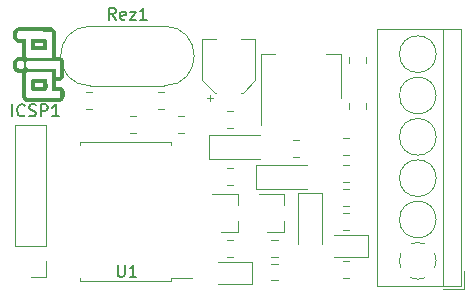
<source format=gbr>
G04 #@! TF.GenerationSoftware,KiCad,Pcbnew,5.1.5+dfsg1-2build2*
G04 #@! TF.CreationDate,2022-02-15T20:08:37+01:00*
G04 #@! TF.ProjectId,LIN_DISCO3,4c494e5f-4449-4534-934f-332e6b696361,rev?*
G04 #@! TF.SameCoordinates,Original*
G04 #@! TF.FileFunction,Legend,Top*
G04 #@! TF.FilePolarity,Positive*
%FSLAX46Y46*%
G04 Gerber Fmt 4.6, Leading zero omitted, Abs format (unit mm)*
G04 Created by KiCad (PCBNEW 5.1.5+dfsg1-2build2) date 2022-02-15 20:08:37*
%MOMM*%
%LPD*%
G04 APERTURE LIST*
%ADD10C,0.120000*%
%ADD11C,0.010000*%
%ADD12C,0.150000*%
G04 APERTURE END LIST*
D10*
X169039400Y-63281800D02*
G75*
G03X169039400Y-58231800I0J2525000D01*
G01*
X162789400Y-63281800D02*
G75*
G02X162789400Y-58231800I0J2525000D01*
G01*
X162789400Y-63281800D02*
X169039400Y-63281800D01*
X162789400Y-58231800D02*
X169039400Y-58231800D01*
X176802000Y-71993000D02*
X181102000Y-71993000D01*
X176802000Y-69993000D02*
X176802000Y-71993000D01*
X181102000Y-69993000D02*
X176802000Y-69993000D01*
X174886252Y-77799000D02*
X174363748Y-77799000D01*
X174886252Y-76379000D02*
X174363748Y-76379000D01*
X177184000Y-66584000D02*
X177184000Y-60574000D01*
X184004000Y-64334000D02*
X184004000Y-60574000D01*
X177184000Y-60574000D02*
X178444000Y-60574000D01*
X184004000Y-60574000D02*
X182744000Y-60574000D01*
X166108748Y-67258000D02*
X166631252Y-67258000D01*
X166108748Y-65838000D02*
X166631252Y-65838000D01*
X172865000Y-69453000D02*
X177165000Y-69453000D01*
X172865000Y-67453000D02*
X172865000Y-69453000D01*
X177165000Y-67453000D02*
X172865000Y-67453000D01*
D11*
G36*
X157747153Y-59717913D02*
G01*
X157748037Y-59633067D01*
X157749777Y-59554989D01*
X157752371Y-59488274D01*
X157755816Y-59437513D01*
X157760110Y-59407302D01*
X157760347Y-59406411D01*
X157766275Y-59386658D01*
X157773587Y-59370204D01*
X157784480Y-59356763D01*
X157801154Y-59346051D01*
X157825808Y-59337786D01*
X157860639Y-59331683D01*
X157907847Y-59327457D01*
X157969631Y-59324825D01*
X158048188Y-59323503D01*
X158145718Y-59323207D01*
X158264420Y-59323653D01*
X158394668Y-59324477D01*
X158927244Y-59328050D01*
X158962447Y-59363243D01*
X158997650Y-59398435D01*
X159000719Y-59744243D01*
X159001424Y-59853203D01*
X159001312Y-59939613D01*
X159000274Y-60006315D01*
X158998203Y-60056148D01*
X158994988Y-60091953D01*
X158990520Y-60116570D01*
X158985878Y-60130326D01*
X158966182Y-60162203D01*
X158943222Y-60183827D01*
X158942368Y-60184301D01*
X158922182Y-60188225D01*
X158877437Y-60191483D01*
X158807981Y-60194079D01*
X158713662Y-60196016D01*
X158594327Y-60197298D01*
X158449824Y-60197928D01*
X158372660Y-60198000D01*
X158235237Y-60197999D01*
X158120978Y-60197785D01*
X158027649Y-60197045D01*
X158013400Y-60196744D01*
X158013400Y-59944000D01*
X158737300Y-59944000D01*
X158737300Y-59588400D01*
X158013400Y-59588400D01*
X158013400Y-59944000D01*
X158013400Y-60196744D01*
X157953016Y-60195465D01*
X157894842Y-60192730D01*
X157850894Y-60188526D01*
X157818937Y-60182540D01*
X157796735Y-60174458D01*
X157782054Y-60163964D01*
X157772658Y-60150746D01*
X157766314Y-60134489D01*
X157760785Y-60114880D01*
X157759964Y-60111901D01*
X157755659Y-60082904D01*
X157752226Y-60033116D01*
X157749661Y-59967129D01*
X157747962Y-59889537D01*
X157747127Y-59804934D01*
X157747153Y-59717913D01*
G37*
X157747153Y-59717913D02*
X157748037Y-59633067D01*
X157749777Y-59554989D01*
X157752371Y-59488274D01*
X157755816Y-59437513D01*
X157760110Y-59407302D01*
X157760347Y-59406411D01*
X157766275Y-59386658D01*
X157773587Y-59370204D01*
X157784480Y-59356763D01*
X157801154Y-59346051D01*
X157825808Y-59337786D01*
X157860639Y-59331683D01*
X157907847Y-59327457D01*
X157969631Y-59324825D01*
X158048188Y-59323503D01*
X158145718Y-59323207D01*
X158264420Y-59323653D01*
X158394668Y-59324477D01*
X158927244Y-59328050D01*
X158962447Y-59363243D01*
X158997650Y-59398435D01*
X159000719Y-59744243D01*
X159001424Y-59853203D01*
X159001312Y-59939613D01*
X159000274Y-60006315D01*
X158998203Y-60056148D01*
X158994988Y-60091953D01*
X158990520Y-60116570D01*
X158985878Y-60130326D01*
X158966182Y-60162203D01*
X158943222Y-60183827D01*
X158942368Y-60184301D01*
X158922182Y-60188225D01*
X158877437Y-60191483D01*
X158807981Y-60194079D01*
X158713662Y-60196016D01*
X158594327Y-60197298D01*
X158449824Y-60197928D01*
X158372660Y-60198000D01*
X158235237Y-60197999D01*
X158120978Y-60197785D01*
X158027649Y-60197045D01*
X158013400Y-60196744D01*
X158013400Y-59944000D01*
X158737300Y-59944000D01*
X158737300Y-59588400D01*
X158013400Y-59588400D01*
X158013400Y-59944000D01*
X158013400Y-60196744D01*
X157953016Y-60195465D01*
X157894842Y-60192730D01*
X157850894Y-60188526D01*
X157818937Y-60182540D01*
X157796735Y-60174458D01*
X157782054Y-60163964D01*
X157772658Y-60150746D01*
X157766314Y-60134489D01*
X157760785Y-60114880D01*
X157759964Y-60111901D01*
X157755659Y-60082904D01*
X157752226Y-60033116D01*
X157749661Y-59967129D01*
X157747962Y-59889537D01*
X157747127Y-59804934D01*
X157747153Y-59717913D01*
G36*
X157748775Y-62942130D02*
G01*
X157751620Y-62887280D01*
X157756401Y-62846239D01*
X157763409Y-62816115D01*
X157772932Y-62794012D01*
X157785260Y-62777035D01*
X157794013Y-62768209D01*
X157826608Y-62738001D01*
X158409789Y-62738001D01*
X158558692Y-62738285D01*
X158688668Y-62739124D01*
X158798639Y-62740493D01*
X158887529Y-62742371D01*
X158954260Y-62744735D01*
X158997755Y-62747561D01*
X159016937Y-62750828D01*
X159016979Y-62750850D01*
X159035999Y-62771021D01*
X159052030Y-62804222D01*
X159054173Y-62811175D01*
X159057257Y-62834996D01*
X159059912Y-62879855D01*
X159062109Y-62941396D01*
X159063822Y-63015261D01*
X159065025Y-63097093D01*
X159065689Y-63182532D01*
X159065788Y-63267222D01*
X159065296Y-63346806D01*
X159064184Y-63416925D01*
X159062427Y-63473221D01*
X159059998Y-63511338D01*
X159058570Y-63521972D01*
X159044918Y-63549805D01*
X159020487Y-63575947D01*
X159012016Y-63582004D01*
X159001867Y-63587025D01*
X158987737Y-63591106D01*
X158967321Y-63594345D01*
X158938317Y-63596839D01*
X158898419Y-63598685D01*
X158845325Y-63599981D01*
X158776730Y-63600823D01*
X158690331Y-63601309D01*
X158583824Y-63601535D01*
X158454906Y-63601598D01*
X158411937Y-63601600D01*
X158013400Y-63601600D01*
X158013400Y-63347600D01*
X158800800Y-63347600D01*
X158800800Y-62992000D01*
X158013400Y-62992000D01*
X158013400Y-63347600D01*
X158013400Y-63601600D01*
X157836000Y-63601600D01*
X157753050Y-63527526D01*
X157748963Y-63218488D01*
X157747736Y-63104840D01*
X157747577Y-63013686D01*
X157748775Y-62942130D01*
G37*
X157748775Y-62942130D02*
X157751620Y-62887280D01*
X157756401Y-62846239D01*
X157763409Y-62816115D01*
X157772932Y-62794012D01*
X157785260Y-62777035D01*
X157794013Y-62768209D01*
X157826608Y-62738001D01*
X158409789Y-62738001D01*
X158558692Y-62738285D01*
X158688668Y-62739124D01*
X158798639Y-62740493D01*
X158887529Y-62742371D01*
X158954260Y-62744735D01*
X158997755Y-62747561D01*
X159016937Y-62750828D01*
X159016979Y-62750850D01*
X159035999Y-62771021D01*
X159052030Y-62804222D01*
X159054173Y-62811175D01*
X159057257Y-62834996D01*
X159059912Y-62879855D01*
X159062109Y-62941396D01*
X159063822Y-63015261D01*
X159065025Y-63097093D01*
X159065689Y-63182532D01*
X159065788Y-63267222D01*
X159065296Y-63346806D01*
X159064184Y-63416925D01*
X159062427Y-63473221D01*
X159059998Y-63511338D01*
X159058570Y-63521972D01*
X159044918Y-63549805D01*
X159020487Y-63575947D01*
X159012016Y-63582004D01*
X159001867Y-63587025D01*
X158987737Y-63591106D01*
X158967321Y-63594345D01*
X158938317Y-63596839D01*
X158898419Y-63598685D01*
X158845325Y-63599981D01*
X158776730Y-63600823D01*
X158690331Y-63601309D01*
X158583824Y-63601535D01*
X158454906Y-63601598D01*
X158411937Y-63601600D01*
X158013400Y-63601600D01*
X158013400Y-63347600D01*
X158800800Y-63347600D01*
X158800800Y-62992000D01*
X158013400Y-62992000D01*
X158013400Y-63347600D01*
X158013400Y-63601600D01*
X157836000Y-63601600D01*
X157753050Y-63527526D01*
X157748963Y-63218488D01*
X157747736Y-63104840D01*
X157747577Y-63013686D01*
X157748775Y-62942130D01*
G36*
X156237018Y-58930114D02*
G01*
X156237309Y-58915543D01*
X156239093Y-58835108D01*
X156241091Y-58775243D01*
X156244027Y-58731124D01*
X156248624Y-58697927D01*
X156255605Y-58670826D01*
X156265693Y-58644999D01*
X156279611Y-58615619D01*
X156283431Y-58607850D01*
X156336908Y-58523495D01*
X156407090Y-58449264D01*
X156487753Y-58391070D01*
X156537067Y-58366922D01*
X156610050Y-58337450D01*
X159443467Y-58337450D01*
X159540547Y-58385430D01*
X159635684Y-58444795D01*
X159710113Y-58518804D01*
X159764156Y-58607900D01*
X159798137Y-58712525D01*
X159804420Y-58746704D01*
X159807348Y-58779777D01*
X159809805Y-58838145D01*
X159811790Y-58921711D01*
X159813301Y-59030374D01*
X159814339Y-59164036D01*
X159814901Y-59322597D01*
X159814987Y-59505958D01*
X159814597Y-59714019D01*
X159814205Y-59831923D01*
X159810450Y-60829866D01*
X159969200Y-60836146D01*
X160048612Y-60840483D01*
X160109222Y-60846943D01*
X160157604Y-60856500D01*
X160200329Y-60870126D01*
X160201414Y-60870540D01*
X160273775Y-60908556D01*
X160345315Y-60964224D01*
X160408596Y-61030673D01*
X160456177Y-61101032D01*
X160460840Y-61110145D01*
X160496250Y-61182250D01*
X160496250Y-62464950D01*
X160460592Y-62537564D01*
X160401195Y-62630312D01*
X160322861Y-62707341D01*
X160228616Y-62765693D01*
X160226152Y-62766855D01*
X160178213Y-62787620D01*
X160137564Y-62799782D01*
X160093448Y-62805592D01*
X160035108Y-62807300D01*
X160032797Y-62807313D01*
X160008853Y-62806886D01*
X160008853Y-62547500D01*
X160090016Y-62537613D01*
X160155424Y-62508113D01*
X160204637Y-62459241D01*
X160221693Y-62430367D01*
X160228187Y-62416494D01*
X160233542Y-62401922D01*
X160237867Y-62384190D01*
X160241273Y-62360839D01*
X160243869Y-62329408D01*
X160245765Y-62287437D01*
X160247071Y-62232465D01*
X160247897Y-62162033D01*
X160248352Y-62073680D01*
X160248546Y-61964946D01*
X160248589Y-61833370D01*
X160248589Y-61827602D01*
X160248263Y-61674801D01*
X160247288Y-61543984D01*
X160245679Y-61435766D01*
X160243449Y-61350762D01*
X160240614Y-61289589D01*
X160237186Y-61252860D01*
X160235092Y-61243402D01*
X160208535Y-61197533D01*
X160167581Y-61152681D01*
X160121548Y-61118948D01*
X160119055Y-61117617D01*
X160100597Y-61114555D01*
X160058801Y-61111745D01*
X159995731Y-61109190D01*
X159913448Y-61106888D01*
X159814014Y-61104840D01*
X159699491Y-61103048D01*
X159571942Y-61101512D01*
X159433427Y-61100231D01*
X159286009Y-61099208D01*
X159131751Y-61098442D01*
X158972713Y-61097934D01*
X158810958Y-61097685D01*
X158648548Y-61097695D01*
X158487545Y-61097964D01*
X158407100Y-61098234D01*
X158407100Y-60934600D01*
X158617072Y-60934428D01*
X158801857Y-60933909D01*
X158961664Y-60933040D01*
X159096702Y-60931818D01*
X159207182Y-60930242D01*
X159293313Y-60928307D01*
X159355304Y-60926011D01*
X159393366Y-60923351D01*
X159406398Y-60921093D01*
X159455237Y-60892646D01*
X159500536Y-60849486D01*
X159532034Y-60801395D01*
X159532099Y-60801250D01*
X159535325Y-60789751D01*
X159538143Y-60769636D01*
X159540581Y-60739377D01*
X159542662Y-60697446D01*
X159544414Y-60642313D01*
X159545862Y-60572451D01*
X159547031Y-60486330D01*
X159547948Y-60382421D01*
X159548638Y-60259196D01*
X159549127Y-60115126D01*
X159549440Y-59948682D01*
X159549602Y-59762520D01*
X159549677Y-59579449D01*
X159549679Y-59420044D01*
X159549568Y-59282568D01*
X159549302Y-59165288D01*
X159548843Y-59066468D01*
X159548148Y-58984374D01*
X159547177Y-58917270D01*
X159545890Y-58863422D01*
X159544245Y-58821094D01*
X159542203Y-58788552D01*
X159539722Y-58764060D01*
X159536762Y-58745885D01*
X159533281Y-58732290D01*
X159529240Y-58721542D01*
X159524987Y-58712664D01*
X159498296Y-58673105D01*
X159464681Y-58638676D01*
X159458312Y-58633795D01*
X159416750Y-58604150D01*
X158031397Y-58600811D01*
X156646045Y-58597471D01*
X156602949Y-58626513D01*
X156566178Y-58657585D01*
X156533302Y-58695121D01*
X156530209Y-58699546D01*
X156519557Y-58716400D01*
X156511907Y-58733307D01*
X156506853Y-58754484D01*
X156503990Y-58784151D01*
X156502913Y-58826525D01*
X156503216Y-58885823D01*
X156504494Y-58966265D01*
X156504506Y-58966976D01*
X156506041Y-59047384D01*
X156507781Y-59106609D01*
X156510327Y-59148864D01*
X156514278Y-59178363D01*
X156520233Y-59199319D01*
X156528791Y-59215946D01*
X156540553Y-59232458D01*
X156542658Y-59235221D01*
X156563422Y-59260732D01*
X156584379Y-59280676D01*
X156608853Y-59295734D01*
X156640169Y-59306590D01*
X156681650Y-59313924D01*
X156736622Y-59318417D01*
X156808408Y-59320752D01*
X156900333Y-59321611D01*
X156964394Y-59321700D01*
X157264100Y-59321700D01*
X157264100Y-60039658D01*
X157264203Y-60198926D01*
X157264543Y-60334657D01*
X157265163Y-60448716D01*
X157266104Y-60542966D01*
X157267410Y-60619270D01*
X157269125Y-60679493D01*
X157271290Y-60725496D01*
X157273949Y-60759144D01*
X157277146Y-60782300D01*
X157280921Y-60796828D01*
X157281585Y-60798483D01*
X157313353Y-60848705D01*
X157359280Y-60892985D01*
X157407801Y-60921093D01*
X157427877Y-60924030D01*
X157471724Y-60926601D01*
X157539551Y-60928809D01*
X157631568Y-60930657D01*
X157747985Y-60932147D01*
X157889012Y-60933283D01*
X158054858Y-60934067D01*
X158245732Y-60934502D01*
X158407100Y-60934600D01*
X158407100Y-61098234D01*
X158330011Y-61098494D01*
X158178007Y-61099285D01*
X158033596Y-61100337D01*
X157898840Y-61101651D01*
X157775801Y-61103227D01*
X157666541Y-61105067D01*
X157573121Y-61107171D01*
X157497603Y-61109539D01*
X157442050Y-61112172D01*
X157408524Y-61115070D01*
X157400018Y-61116859D01*
X157355616Y-61144775D01*
X157314066Y-61186551D01*
X157282734Y-61233591D01*
X157270123Y-61268424D01*
X157267572Y-61296031D01*
X157265940Y-61343250D01*
X157265320Y-61404306D01*
X157265807Y-61473424D01*
X157266322Y-61501509D01*
X157268068Y-61575041D01*
X157270151Y-61627936D01*
X157273385Y-61664956D01*
X157278580Y-61690857D01*
X157286549Y-61710401D01*
X157298106Y-61728347D01*
X157307075Y-61740296D01*
X157342175Y-61776084D01*
X157384454Y-61806102D01*
X157395975Y-61812004D01*
X157406019Y-61816140D01*
X157417858Y-61819768D01*
X157433131Y-61822920D01*
X157453476Y-61825632D01*
X157480533Y-61827936D01*
X157515940Y-61829866D01*
X157561337Y-61831457D01*
X157618362Y-61832742D01*
X157688654Y-61833754D01*
X157773853Y-61834527D01*
X157875596Y-61835096D01*
X157995523Y-61835494D01*
X158135274Y-61835755D01*
X158296486Y-61835911D01*
X158480798Y-61835999D01*
X158561966Y-61836022D01*
X159675683Y-61836300D01*
X159711316Y-61866913D01*
X159746950Y-61897526D01*
X159753300Y-62144103D01*
X159755593Y-62229166D01*
X159757845Y-62292894D01*
X159760616Y-62339343D01*
X159764466Y-62372571D01*
X159769954Y-62396634D01*
X159777640Y-62415591D01*
X159788083Y-62433498D01*
X159794589Y-62443439D01*
X159843521Y-62497893D01*
X159905630Y-62531990D01*
X159982939Y-62546714D01*
X160008853Y-62547500D01*
X160008853Y-62806886D01*
X159974794Y-62806277D01*
X159919292Y-62803046D01*
X159876714Y-62798271D01*
X159870775Y-62797209D01*
X159816800Y-62786568D01*
X159816800Y-63347600D01*
X159975073Y-63347600D01*
X160048805Y-63348430D01*
X160103767Y-63351428D01*
X160146549Y-63357355D01*
X160183743Y-63366973D01*
X160204083Y-63374067D01*
X160298283Y-63422235D01*
X160379144Y-63489620D01*
X160443298Y-63572503D01*
X160487375Y-63667163D01*
X160495937Y-63696344D01*
X160504489Y-63746064D01*
X160510520Y-63814219D01*
X160514031Y-63894412D01*
X160515028Y-63980249D01*
X160513513Y-64065332D01*
X160509491Y-64143266D01*
X160502965Y-64207654D01*
X160495609Y-64246378D01*
X160481051Y-64293353D01*
X160464437Y-64337022D01*
X160456758Y-64353591D01*
X160417268Y-64411970D01*
X160361574Y-64471005D01*
X160297581Y-64523352D01*
X160233194Y-64561668D01*
X160232374Y-64562049D01*
X160153350Y-64598550D01*
X158773113Y-64598550D01*
X158773113Y-64338201D01*
X160105143Y-64338200D01*
X160147994Y-64309323D01*
X160184981Y-64278089D01*
X160217483Y-64240824D01*
X160219722Y-64237595D01*
X160230203Y-64220655D01*
X160237790Y-64202860D01*
X160242948Y-64179960D01*
X160246143Y-64147706D01*
X160247838Y-64101847D01*
X160248501Y-64038134D01*
X160248600Y-63973742D01*
X160248080Y-63886621D01*
X160246341Y-63821241D01*
X160243115Y-63773962D01*
X160238132Y-63741142D01*
X160231123Y-63719141D01*
X160229563Y-63715926D01*
X160207186Y-63684847D01*
X160174572Y-63652211D01*
X160163911Y-63643532D01*
X160117295Y-63607950D01*
X159833697Y-63603903D01*
X159550100Y-63599855D01*
X159550100Y-62162382D01*
X159519595Y-62110330D01*
X159487694Y-62069640D01*
X159447384Y-62035310D01*
X159438491Y-62029839D01*
X159387891Y-62001400D01*
X158414487Y-62001400D01*
X158228361Y-62001470D01*
X158066039Y-62001697D01*
X157925922Y-62002108D01*
X157806416Y-62002732D01*
X157705923Y-62003596D01*
X157622847Y-62004727D01*
X157555591Y-62006153D01*
X157502560Y-62007901D01*
X157462155Y-62009999D01*
X157432781Y-62012475D01*
X157412841Y-62015355D01*
X157400739Y-62018669D01*
X157400217Y-62018886D01*
X157349995Y-62050654D01*
X157305715Y-62096581D01*
X157277607Y-62145102D01*
X157275071Y-62164449D01*
X157272785Y-62206796D01*
X157270751Y-62269747D01*
X157268968Y-62350904D01*
X157267437Y-62447869D01*
X157266157Y-62558245D01*
X157265128Y-62679633D01*
X157264351Y-62809637D01*
X157263825Y-62945859D01*
X157263550Y-63085900D01*
X157263526Y-63227364D01*
X157263754Y-63367852D01*
X157264234Y-63504967D01*
X157264964Y-63636312D01*
X157265946Y-63759489D01*
X157267179Y-63872099D01*
X157268664Y-63971746D01*
X157270400Y-64056032D01*
X157272387Y-64122559D01*
X157274626Y-64168930D01*
X157277115Y-64192746D01*
X157277607Y-64194499D01*
X157307019Y-64244707D01*
X157351659Y-64290316D01*
X157400217Y-64320715D01*
X157410504Y-64323585D01*
X157428086Y-64326137D01*
X157454321Y-64328387D01*
X157490571Y-64330353D01*
X157538196Y-64332052D01*
X157598558Y-64333501D01*
X157673016Y-64334719D01*
X157762931Y-64335721D01*
X157869664Y-64336527D01*
X157994576Y-64337151D01*
X158139026Y-64337614D01*
X158304376Y-64337930D01*
X158491987Y-64338119D01*
X158703219Y-64338196D01*
X158773113Y-64338201D01*
X158773113Y-64598550D01*
X157384750Y-64598550D01*
X157308550Y-64567962D01*
X157236911Y-64528823D01*
X157165843Y-64471866D01*
X157102150Y-64403895D01*
X157052637Y-64331715D01*
X157034338Y-64293750D01*
X157003750Y-64217550D01*
X157003750Y-62091893D01*
X156862122Y-62089210D01*
X156862122Y-61835258D01*
X156920907Y-61834815D01*
X156967456Y-61833032D01*
X156992983Y-61830426D01*
X157037892Y-61812425D01*
X157084627Y-61778756D01*
X157124368Y-61736811D01*
X157144801Y-61703187D01*
X157151329Y-61674851D01*
X157156383Y-61627012D01*
X157159909Y-61565528D01*
X157161855Y-61496255D01*
X157162167Y-61425050D01*
X157160791Y-61357772D01*
X157157675Y-61300276D01*
X157152764Y-61258421D01*
X157148992Y-61243402D01*
X157122435Y-61197533D01*
X157081481Y-61152681D01*
X157035448Y-61118948D01*
X157032955Y-61117617D01*
X157006328Y-61109094D01*
X156962912Y-61103453D01*
X156899678Y-61100424D01*
X156831675Y-61099700D01*
X156746825Y-61101042D01*
X156682616Y-61106054D01*
X156634384Y-61116216D01*
X156597464Y-61133008D01*
X156567193Y-61157910D01*
X156538905Y-61192403D01*
X156538724Y-61192653D01*
X156502100Y-61243211D01*
X156502099Y-61458462D01*
X156502855Y-61551156D01*
X156505841Y-61622398D01*
X156512140Y-61676110D01*
X156522832Y-61716213D01*
X156538998Y-61746630D01*
X156561718Y-61771283D01*
X156592074Y-61794093D01*
X156595171Y-61796159D01*
X156619104Y-61810736D01*
X156642661Y-61820644D01*
X156671718Y-61826986D01*
X156712150Y-61830865D01*
X156769832Y-61833382D01*
X156798049Y-61834227D01*
X156862122Y-61835258D01*
X156862122Y-62089210D01*
X156794200Y-62087922D01*
X156715355Y-62086183D01*
X156656902Y-62083958D01*
X156613834Y-62080573D01*
X156581142Y-62075354D01*
X156553820Y-62067630D01*
X156526860Y-62056727D01*
X156512304Y-62050039D01*
X156426653Y-61996507D01*
X156351844Y-61922928D01*
X156292280Y-61833828D01*
X156282064Y-61813450D01*
X156267561Y-61782111D01*
X156256950Y-61755290D01*
X156249527Y-61728127D01*
X156244589Y-61695763D01*
X156241433Y-61653337D01*
X156239355Y-61595992D01*
X156237651Y-61518868D01*
X156237373Y-61504748D01*
X156236639Y-61395118D01*
X156239687Y-61306360D01*
X156247254Y-61234128D01*
X156260081Y-61174077D01*
X156278906Y-61121860D01*
X156304468Y-61073133D01*
X156313141Y-61059199D01*
X156372636Y-60982648D01*
X156443147Y-60923002D01*
X156526928Y-60879355D01*
X156626237Y-60850799D01*
X156743328Y-60836429D01*
X156871057Y-60835028D01*
X157013209Y-60839350D01*
X157005394Y-60756800D01*
X157003712Y-60726360D01*
X157002149Y-60673681D01*
X157000747Y-60601922D01*
X156999544Y-60514246D01*
X156998582Y-60413811D01*
X156997900Y-60303779D01*
X156997538Y-60187311D01*
X156997490Y-60132870D01*
X156997400Y-59591489D01*
X156803725Y-59585292D01*
X156717868Y-59581717D01*
X156652734Y-59576883D01*
X156603654Y-59570242D01*
X156565963Y-59561247D01*
X156549270Y-59555440D01*
X156456297Y-59506153D01*
X156375265Y-59437214D01*
X156310022Y-59352972D01*
X156264417Y-59257780D01*
X156253331Y-59220814D01*
X156245247Y-59182355D01*
X156239832Y-59138988D01*
X156236829Y-59085781D01*
X156235977Y-59017800D01*
X156237018Y-58930114D01*
G37*
X156237018Y-58930114D02*
X156237309Y-58915543D01*
X156239093Y-58835108D01*
X156241091Y-58775243D01*
X156244027Y-58731124D01*
X156248624Y-58697927D01*
X156255605Y-58670826D01*
X156265693Y-58644999D01*
X156279611Y-58615619D01*
X156283431Y-58607850D01*
X156336908Y-58523495D01*
X156407090Y-58449264D01*
X156487753Y-58391070D01*
X156537067Y-58366922D01*
X156610050Y-58337450D01*
X159443467Y-58337450D01*
X159540547Y-58385430D01*
X159635684Y-58444795D01*
X159710113Y-58518804D01*
X159764156Y-58607900D01*
X159798137Y-58712525D01*
X159804420Y-58746704D01*
X159807348Y-58779777D01*
X159809805Y-58838145D01*
X159811790Y-58921711D01*
X159813301Y-59030374D01*
X159814339Y-59164036D01*
X159814901Y-59322597D01*
X159814987Y-59505958D01*
X159814597Y-59714019D01*
X159814205Y-59831923D01*
X159810450Y-60829866D01*
X159969200Y-60836146D01*
X160048612Y-60840483D01*
X160109222Y-60846943D01*
X160157604Y-60856500D01*
X160200329Y-60870126D01*
X160201414Y-60870540D01*
X160273775Y-60908556D01*
X160345315Y-60964224D01*
X160408596Y-61030673D01*
X160456177Y-61101032D01*
X160460840Y-61110145D01*
X160496250Y-61182250D01*
X160496250Y-62464950D01*
X160460592Y-62537564D01*
X160401195Y-62630312D01*
X160322861Y-62707341D01*
X160228616Y-62765693D01*
X160226152Y-62766855D01*
X160178213Y-62787620D01*
X160137564Y-62799782D01*
X160093448Y-62805592D01*
X160035108Y-62807300D01*
X160032797Y-62807313D01*
X160008853Y-62806886D01*
X160008853Y-62547500D01*
X160090016Y-62537613D01*
X160155424Y-62508113D01*
X160204637Y-62459241D01*
X160221693Y-62430367D01*
X160228187Y-62416494D01*
X160233542Y-62401922D01*
X160237867Y-62384190D01*
X160241273Y-62360839D01*
X160243869Y-62329408D01*
X160245765Y-62287437D01*
X160247071Y-62232465D01*
X160247897Y-62162033D01*
X160248352Y-62073680D01*
X160248546Y-61964946D01*
X160248589Y-61833370D01*
X160248589Y-61827602D01*
X160248263Y-61674801D01*
X160247288Y-61543984D01*
X160245679Y-61435766D01*
X160243449Y-61350762D01*
X160240614Y-61289589D01*
X160237186Y-61252860D01*
X160235092Y-61243402D01*
X160208535Y-61197533D01*
X160167581Y-61152681D01*
X160121548Y-61118948D01*
X160119055Y-61117617D01*
X160100597Y-61114555D01*
X160058801Y-61111745D01*
X159995731Y-61109190D01*
X159913448Y-61106888D01*
X159814014Y-61104840D01*
X159699491Y-61103048D01*
X159571942Y-61101512D01*
X159433427Y-61100231D01*
X159286009Y-61099208D01*
X159131751Y-61098442D01*
X158972713Y-61097934D01*
X158810958Y-61097685D01*
X158648548Y-61097695D01*
X158487545Y-61097964D01*
X158407100Y-61098234D01*
X158407100Y-60934600D01*
X158617072Y-60934428D01*
X158801857Y-60933909D01*
X158961664Y-60933040D01*
X159096702Y-60931818D01*
X159207182Y-60930242D01*
X159293313Y-60928307D01*
X159355304Y-60926011D01*
X159393366Y-60923351D01*
X159406398Y-60921093D01*
X159455237Y-60892646D01*
X159500536Y-60849486D01*
X159532034Y-60801395D01*
X159532099Y-60801250D01*
X159535325Y-60789751D01*
X159538143Y-60769636D01*
X159540581Y-60739377D01*
X159542662Y-60697446D01*
X159544414Y-60642313D01*
X159545862Y-60572451D01*
X159547031Y-60486330D01*
X159547948Y-60382421D01*
X159548638Y-60259196D01*
X159549127Y-60115126D01*
X159549440Y-59948682D01*
X159549602Y-59762520D01*
X159549677Y-59579449D01*
X159549679Y-59420044D01*
X159549568Y-59282568D01*
X159549302Y-59165288D01*
X159548843Y-59066468D01*
X159548148Y-58984374D01*
X159547177Y-58917270D01*
X159545890Y-58863422D01*
X159544245Y-58821094D01*
X159542203Y-58788552D01*
X159539722Y-58764060D01*
X159536762Y-58745885D01*
X159533281Y-58732290D01*
X159529240Y-58721542D01*
X159524987Y-58712664D01*
X159498296Y-58673105D01*
X159464681Y-58638676D01*
X159458312Y-58633795D01*
X159416750Y-58604150D01*
X158031397Y-58600811D01*
X156646045Y-58597471D01*
X156602949Y-58626513D01*
X156566178Y-58657585D01*
X156533302Y-58695121D01*
X156530209Y-58699546D01*
X156519557Y-58716400D01*
X156511907Y-58733307D01*
X156506853Y-58754484D01*
X156503990Y-58784151D01*
X156502913Y-58826525D01*
X156503216Y-58885823D01*
X156504494Y-58966265D01*
X156504506Y-58966976D01*
X156506041Y-59047384D01*
X156507781Y-59106609D01*
X156510327Y-59148864D01*
X156514278Y-59178363D01*
X156520233Y-59199319D01*
X156528791Y-59215946D01*
X156540553Y-59232458D01*
X156542658Y-59235221D01*
X156563422Y-59260732D01*
X156584379Y-59280676D01*
X156608853Y-59295734D01*
X156640169Y-59306590D01*
X156681650Y-59313924D01*
X156736622Y-59318417D01*
X156808408Y-59320752D01*
X156900333Y-59321611D01*
X156964394Y-59321700D01*
X157264100Y-59321700D01*
X157264100Y-60039658D01*
X157264203Y-60198926D01*
X157264543Y-60334657D01*
X157265163Y-60448716D01*
X157266104Y-60542966D01*
X157267410Y-60619270D01*
X157269125Y-60679493D01*
X157271290Y-60725496D01*
X157273949Y-60759144D01*
X157277146Y-60782300D01*
X157280921Y-60796828D01*
X157281585Y-60798483D01*
X157313353Y-60848705D01*
X157359280Y-60892985D01*
X157407801Y-60921093D01*
X157427877Y-60924030D01*
X157471724Y-60926601D01*
X157539551Y-60928809D01*
X157631568Y-60930657D01*
X157747985Y-60932147D01*
X157889012Y-60933283D01*
X158054858Y-60934067D01*
X158245732Y-60934502D01*
X158407100Y-60934600D01*
X158407100Y-61098234D01*
X158330011Y-61098494D01*
X158178007Y-61099285D01*
X158033596Y-61100337D01*
X157898840Y-61101651D01*
X157775801Y-61103227D01*
X157666541Y-61105067D01*
X157573121Y-61107171D01*
X157497603Y-61109539D01*
X157442050Y-61112172D01*
X157408524Y-61115070D01*
X157400018Y-61116859D01*
X157355616Y-61144775D01*
X157314066Y-61186551D01*
X157282734Y-61233591D01*
X157270123Y-61268424D01*
X157267572Y-61296031D01*
X157265940Y-61343250D01*
X157265320Y-61404306D01*
X157265807Y-61473424D01*
X157266322Y-61501509D01*
X157268068Y-61575041D01*
X157270151Y-61627936D01*
X157273385Y-61664956D01*
X157278580Y-61690857D01*
X157286549Y-61710401D01*
X157298106Y-61728347D01*
X157307075Y-61740296D01*
X157342175Y-61776084D01*
X157384454Y-61806102D01*
X157395975Y-61812004D01*
X157406019Y-61816140D01*
X157417858Y-61819768D01*
X157433131Y-61822920D01*
X157453476Y-61825632D01*
X157480533Y-61827936D01*
X157515940Y-61829866D01*
X157561337Y-61831457D01*
X157618362Y-61832742D01*
X157688654Y-61833754D01*
X157773853Y-61834527D01*
X157875596Y-61835096D01*
X157995523Y-61835494D01*
X158135274Y-61835755D01*
X158296486Y-61835911D01*
X158480798Y-61835999D01*
X158561966Y-61836022D01*
X159675683Y-61836300D01*
X159711316Y-61866913D01*
X159746950Y-61897526D01*
X159753300Y-62144103D01*
X159755593Y-62229166D01*
X159757845Y-62292894D01*
X159760616Y-62339343D01*
X159764466Y-62372571D01*
X159769954Y-62396634D01*
X159777640Y-62415591D01*
X159788083Y-62433498D01*
X159794589Y-62443439D01*
X159843521Y-62497893D01*
X159905630Y-62531990D01*
X159982939Y-62546714D01*
X160008853Y-62547500D01*
X160008853Y-62806886D01*
X159974794Y-62806277D01*
X159919292Y-62803046D01*
X159876714Y-62798271D01*
X159870775Y-62797209D01*
X159816800Y-62786568D01*
X159816800Y-63347600D01*
X159975073Y-63347600D01*
X160048805Y-63348430D01*
X160103767Y-63351428D01*
X160146549Y-63357355D01*
X160183743Y-63366973D01*
X160204083Y-63374067D01*
X160298283Y-63422235D01*
X160379144Y-63489620D01*
X160443298Y-63572503D01*
X160487375Y-63667163D01*
X160495937Y-63696344D01*
X160504489Y-63746064D01*
X160510520Y-63814219D01*
X160514031Y-63894412D01*
X160515028Y-63980249D01*
X160513513Y-64065332D01*
X160509491Y-64143266D01*
X160502965Y-64207654D01*
X160495609Y-64246378D01*
X160481051Y-64293353D01*
X160464437Y-64337022D01*
X160456758Y-64353591D01*
X160417268Y-64411970D01*
X160361574Y-64471005D01*
X160297581Y-64523352D01*
X160233194Y-64561668D01*
X160232374Y-64562049D01*
X160153350Y-64598550D01*
X158773113Y-64598550D01*
X158773113Y-64338201D01*
X160105143Y-64338200D01*
X160147994Y-64309323D01*
X160184981Y-64278089D01*
X160217483Y-64240824D01*
X160219722Y-64237595D01*
X160230203Y-64220655D01*
X160237790Y-64202860D01*
X160242948Y-64179960D01*
X160246143Y-64147706D01*
X160247838Y-64101847D01*
X160248501Y-64038134D01*
X160248600Y-63973742D01*
X160248080Y-63886621D01*
X160246341Y-63821241D01*
X160243115Y-63773962D01*
X160238132Y-63741142D01*
X160231123Y-63719141D01*
X160229563Y-63715926D01*
X160207186Y-63684847D01*
X160174572Y-63652211D01*
X160163911Y-63643532D01*
X160117295Y-63607950D01*
X159833697Y-63603903D01*
X159550100Y-63599855D01*
X159550100Y-62162382D01*
X159519595Y-62110330D01*
X159487694Y-62069640D01*
X159447384Y-62035310D01*
X159438491Y-62029839D01*
X159387891Y-62001400D01*
X158414487Y-62001400D01*
X158228361Y-62001470D01*
X158066039Y-62001697D01*
X157925922Y-62002108D01*
X157806416Y-62002732D01*
X157705923Y-62003596D01*
X157622847Y-62004727D01*
X157555591Y-62006153D01*
X157502560Y-62007901D01*
X157462155Y-62009999D01*
X157432781Y-62012475D01*
X157412841Y-62015355D01*
X157400739Y-62018669D01*
X157400217Y-62018886D01*
X157349995Y-62050654D01*
X157305715Y-62096581D01*
X157277607Y-62145102D01*
X157275071Y-62164449D01*
X157272785Y-62206796D01*
X157270751Y-62269747D01*
X157268968Y-62350904D01*
X157267437Y-62447869D01*
X157266157Y-62558245D01*
X157265128Y-62679633D01*
X157264351Y-62809637D01*
X157263825Y-62945859D01*
X157263550Y-63085900D01*
X157263526Y-63227364D01*
X157263754Y-63367852D01*
X157264234Y-63504967D01*
X157264964Y-63636312D01*
X157265946Y-63759489D01*
X157267179Y-63872099D01*
X157268664Y-63971746D01*
X157270400Y-64056032D01*
X157272387Y-64122559D01*
X157274626Y-64168930D01*
X157277115Y-64192746D01*
X157277607Y-64194499D01*
X157307019Y-64244707D01*
X157351659Y-64290316D01*
X157400217Y-64320715D01*
X157410504Y-64323585D01*
X157428086Y-64326137D01*
X157454321Y-64328387D01*
X157490571Y-64330353D01*
X157538196Y-64332052D01*
X157598558Y-64333501D01*
X157673016Y-64334719D01*
X157762931Y-64335721D01*
X157869664Y-64336527D01*
X157994576Y-64337151D01*
X158139026Y-64337614D01*
X158304376Y-64337930D01*
X158491987Y-64338119D01*
X158703219Y-64338196D01*
X158773113Y-64338201D01*
X158773113Y-64598550D01*
X157384750Y-64598550D01*
X157308550Y-64567962D01*
X157236911Y-64528823D01*
X157165843Y-64471866D01*
X157102150Y-64403895D01*
X157052637Y-64331715D01*
X157034338Y-64293750D01*
X157003750Y-64217550D01*
X157003750Y-62091893D01*
X156862122Y-62089210D01*
X156862122Y-61835258D01*
X156920907Y-61834815D01*
X156967456Y-61833032D01*
X156992983Y-61830426D01*
X157037892Y-61812425D01*
X157084627Y-61778756D01*
X157124368Y-61736811D01*
X157144801Y-61703187D01*
X157151329Y-61674851D01*
X157156383Y-61627012D01*
X157159909Y-61565528D01*
X157161855Y-61496255D01*
X157162167Y-61425050D01*
X157160791Y-61357772D01*
X157157675Y-61300276D01*
X157152764Y-61258421D01*
X157148992Y-61243402D01*
X157122435Y-61197533D01*
X157081481Y-61152681D01*
X157035448Y-61118948D01*
X157032955Y-61117617D01*
X157006328Y-61109094D01*
X156962912Y-61103453D01*
X156899678Y-61100424D01*
X156831675Y-61099700D01*
X156746825Y-61101042D01*
X156682616Y-61106054D01*
X156634384Y-61116216D01*
X156597464Y-61133008D01*
X156567193Y-61157910D01*
X156538905Y-61192403D01*
X156538724Y-61192653D01*
X156502100Y-61243211D01*
X156502099Y-61458462D01*
X156502855Y-61551156D01*
X156505841Y-61622398D01*
X156512140Y-61676110D01*
X156522832Y-61716213D01*
X156538998Y-61746630D01*
X156561718Y-61771283D01*
X156592074Y-61794093D01*
X156595171Y-61796159D01*
X156619104Y-61810736D01*
X156642661Y-61820644D01*
X156671718Y-61826986D01*
X156712150Y-61830865D01*
X156769832Y-61833382D01*
X156798049Y-61834227D01*
X156862122Y-61835258D01*
X156862122Y-62089210D01*
X156794200Y-62087922D01*
X156715355Y-62086183D01*
X156656902Y-62083958D01*
X156613834Y-62080573D01*
X156581142Y-62075354D01*
X156553820Y-62067630D01*
X156526860Y-62056727D01*
X156512304Y-62050039D01*
X156426653Y-61996507D01*
X156351844Y-61922928D01*
X156292280Y-61833828D01*
X156282064Y-61813450D01*
X156267561Y-61782111D01*
X156256950Y-61755290D01*
X156249527Y-61728127D01*
X156244589Y-61695763D01*
X156241433Y-61653337D01*
X156239355Y-61595992D01*
X156237651Y-61518868D01*
X156237373Y-61504748D01*
X156236639Y-61395118D01*
X156239687Y-61306360D01*
X156247254Y-61234128D01*
X156260081Y-61174077D01*
X156278906Y-61121860D01*
X156304468Y-61073133D01*
X156313141Y-61059199D01*
X156372636Y-60982648D01*
X156443147Y-60923002D01*
X156526928Y-60879355D01*
X156626237Y-60850799D01*
X156743328Y-60836429D01*
X156871057Y-60835028D01*
X157013209Y-60839350D01*
X157005394Y-60756800D01*
X157003712Y-60726360D01*
X157002149Y-60673681D01*
X157000747Y-60601922D01*
X156999544Y-60514246D01*
X156998582Y-60413811D01*
X156997900Y-60303779D01*
X156997538Y-60187311D01*
X156997490Y-60132870D01*
X156997400Y-59591489D01*
X156803725Y-59585292D01*
X156717868Y-59581717D01*
X156652734Y-59576883D01*
X156603654Y-59570242D01*
X156565963Y-59561247D01*
X156549270Y-59555440D01*
X156456297Y-59506153D01*
X156375265Y-59437214D01*
X156310022Y-59352972D01*
X156264417Y-59257780D01*
X156253331Y-59220814D01*
X156245247Y-59182355D01*
X156239832Y-59138988D01*
X156236829Y-59085781D01*
X156235977Y-59017800D01*
X156237018Y-58930114D01*
D10*
X159064000Y-79435000D02*
X157734000Y-79435000D01*
X159064000Y-78105000D02*
X159064000Y-79435000D01*
X159064000Y-76835000D02*
X156404000Y-76835000D01*
X156404000Y-76835000D02*
X156404000Y-66615000D01*
X159064000Y-76835000D02*
X159064000Y-66615000D01*
X159064000Y-66615000D02*
X156404000Y-66615000D01*
X169595000Y-79554000D02*
X171410000Y-79554000D01*
X169595000Y-79799000D02*
X169595000Y-79554000D01*
X165735000Y-79799000D02*
X169595000Y-79799000D01*
X161875000Y-79799000D02*
X161875000Y-79554000D01*
X165735000Y-79799000D02*
X161875000Y-79799000D01*
X169595000Y-68029000D02*
X169595000Y-68274000D01*
X165735000Y-68029000D02*
X169595000Y-68029000D01*
X161875000Y-68029000D02*
X161875000Y-68274000D01*
X165735000Y-68029000D02*
X161875000Y-68029000D01*
X184656252Y-78157000D02*
X184133748Y-78157000D01*
X184656252Y-79577000D02*
X184133748Y-79577000D01*
X184133748Y-75513000D02*
X184656252Y-75513000D01*
X184133748Y-74093000D02*
X184656252Y-74093000D01*
X184133748Y-71449000D02*
X184656252Y-71449000D01*
X184133748Y-70029000D02*
X184656252Y-70029000D01*
X184142748Y-69163000D02*
X184665252Y-69163000D01*
X184142748Y-67743000D02*
X184665252Y-67743000D01*
X186130000Y-65276252D02*
X186130000Y-64753748D01*
X184710000Y-65276252D02*
X184710000Y-64753748D01*
X184133748Y-73481000D02*
X184656252Y-73481000D01*
X184133748Y-72061000D02*
X184656252Y-72061000D01*
X194400000Y-80505000D02*
X194400000Y-79005000D01*
X192660000Y-80505000D02*
X194400000Y-80505000D01*
X187040000Y-58445000D02*
X194160000Y-58445000D01*
X187040000Y-80265000D02*
X194160000Y-80265000D01*
X194160000Y-80265000D02*
X194160000Y-58445000D01*
X187040000Y-80265000D02*
X187040000Y-58445000D01*
X192600000Y-80265000D02*
X192600000Y-58445000D01*
X192055000Y-60605000D02*
G75*
G03X192055000Y-60605000I-1555000J0D01*
G01*
X192055000Y-64105000D02*
G75*
G03X192055000Y-64105000I-1555000J0D01*
G01*
X192055000Y-67605000D02*
G75*
G03X192055000Y-67605000I-1555000J0D01*
G01*
X192055000Y-71105000D02*
G75*
G03X192055000Y-71105000I-1555000J0D01*
G01*
X192055000Y-74605000D02*
G75*
G03X192055000Y-74605000I-1555000J0D01*
G01*
X192055492Y-78077989D02*
G75*
G02X191932000Y-78713000I-1555492J-27011D01*
G01*
X191107742Y-79537109D02*
G75*
G02X189892000Y-79537000I-607742J1432109D01*
G01*
X189067891Y-78712742D02*
G75*
G02X189068000Y-77497000I1432109J607742D01*
G01*
X189892258Y-76672891D02*
G75*
G02X191108000Y-76673000I607742J-1432109D01*
G01*
X191931385Y-77497413D02*
G75*
G02X192055000Y-78105000I-1431385J-607587D01*
G01*
X186255000Y-75875000D02*
X183395000Y-75875000D01*
X186255000Y-77795000D02*
X186255000Y-75875000D01*
X183395000Y-77795000D02*
X186255000Y-77795000D01*
X172688000Y-64345000D02*
X173188000Y-64345000D01*
X172938000Y-64595000D02*
X172938000Y-64095000D01*
X175693563Y-63855000D02*
X176758000Y-62790563D01*
X173302437Y-63855000D02*
X172238000Y-62790563D01*
X173302437Y-63855000D02*
X173438000Y-63855000D01*
X175693563Y-63855000D02*
X175558000Y-63855000D01*
X176758000Y-62790563D02*
X176758000Y-59335000D01*
X172238000Y-62790563D02*
X172238000Y-59335000D01*
X172238000Y-59335000D02*
X173438000Y-59335000D01*
X176758000Y-59335000D02*
X175558000Y-59335000D01*
X162416748Y-65226000D02*
X162939252Y-65226000D01*
X162416748Y-63806000D02*
X162939252Y-63806000D01*
X168512748Y-65226000D02*
X169035252Y-65226000D01*
X168512748Y-63806000D02*
X169035252Y-63806000D01*
X186130000Y-61339252D02*
X186130000Y-60816748D01*
X184710000Y-61339252D02*
X184710000Y-60816748D01*
X175258000Y-75621000D02*
X173798000Y-75621000D01*
X175258000Y-72461000D02*
X173098000Y-72461000D01*
X175258000Y-72461000D02*
X175258000Y-73391000D01*
X175258000Y-75621000D02*
X175258000Y-74691000D01*
X179195000Y-75621000D02*
X179195000Y-74691000D01*
X179195000Y-72461000D02*
X179195000Y-73391000D01*
X179195000Y-72461000D02*
X177035000Y-72461000D01*
X179195000Y-75621000D02*
X177735000Y-75621000D01*
X170172748Y-67258000D02*
X170695252Y-67258000D01*
X170172748Y-65838000D02*
X170695252Y-65838000D01*
X174354748Y-71703000D02*
X174877252Y-71703000D01*
X174354748Y-70283000D02*
X174877252Y-70283000D01*
X178632752Y-76379000D02*
X178110248Y-76379000D01*
X178632752Y-77799000D02*
X178110248Y-77799000D01*
X180465252Y-69290000D02*
X179942748Y-69290000D01*
X180465252Y-67870000D02*
X179942748Y-67870000D01*
X174354748Y-65431600D02*
X174877252Y-65431600D01*
X174354748Y-66851600D02*
X174877252Y-66851600D01*
X173616000Y-80081000D02*
X176476000Y-80081000D01*
X176476000Y-80081000D02*
X176476000Y-78161000D01*
X176476000Y-78161000D02*
X173616000Y-78161000D01*
X178110248Y-78347500D02*
X178632752Y-78347500D01*
X178110248Y-79767500D02*
X178632752Y-79767500D01*
X182356000Y-76680000D02*
X182356000Y-72380000D01*
X182356000Y-72380000D02*
X180356000Y-72380000D01*
X180356000Y-72380000D02*
X180356000Y-76680000D01*
D12*
X164914400Y-57684180D02*
X164581066Y-57207990D01*
X164342971Y-57684180D02*
X164342971Y-56684180D01*
X164723923Y-56684180D01*
X164819161Y-56731800D01*
X164866780Y-56779419D01*
X164914400Y-56874657D01*
X164914400Y-57017514D01*
X164866780Y-57112752D01*
X164819161Y-57160371D01*
X164723923Y-57207990D01*
X164342971Y-57207990D01*
X165723923Y-57636561D02*
X165628685Y-57684180D01*
X165438209Y-57684180D01*
X165342971Y-57636561D01*
X165295352Y-57541323D01*
X165295352Y-57160371D01*
X165342971Y-57065133D01*
X165438209Y-57017514D01*
X165628685Y-57017514D01*
X165723923Y-57065133D01*
X165771542Y-57160371D01*
X165771542Y-57255609D01*
X165295352Y-57350847D01*
X166104876Y-57017514D02*
X166628685Y-57017514D01*
X166104876Y-57684180D01*
X166628685Y-57684180D01*
X167533447Y-57684180D02*
X166962019Y-57684180D01*
X167247733Y-57684180D02*
X167247733Y-56684180D01*
X167152495Y-56827038D01*
X167057257Y-56922276D01*
X166962019Y-56969895D01*
X156162619Y-65857380D02*
X156162619Y-64857380D01*
X157210238Y-65762142D02*
X157162619Y-65809761D01*
X157019761Y-65857380D01*
X156924523Y-65857380D01*
X156781666Y-65809761D01*
X156686428Y-65714523D01*
X156638809Y-65619285D01*
X156591190Y-65428809D01*
X156591190Y-65285952D01*
X156638809Y-65095476D01*
X156686428Y-65000238D01*
X156781666Y-64905000D01*
X156924523Y-64857380D01*
X157019761Y-64857380D01*
X157162619Y-64905000D01*
X157210238Y-64952619D01*
X157591190Y-65809761D02*
X157734047Y-65857380D01*
X157972142Y-65857380D01*
X158067380Y-65809761D01*
X158115000Y-65762142D01*
X158162619Y-65666904D01*
X158162619Y-65571666D01*
X158115000Y-65476428D01*
X158067380Y-65428809D01*
X157972142Y-65381190D01*
X157781666Y-65333571D01*
X157686428Y-65285952D01*
X157638809Y-65238333D01*
X157591190Y-65143095D01*
X157591190Y-65047857D01*
X157638809Y-64952619D01*
X157686428Y-64905000D01*
X157781666Y-64857380D01*
X158019761Y-64857380D01*
X158162619Y-64905000D01*
X158591190Y-65857380D02*
X158591190Y-64857380D01*
X158972142Y-64857380D01*
X159067380Y-64905000D01*
X159115000Y-64952619D01*
X159162619Y-65047857D01*
X159162619Y-65190714D01*
X159115000Y-65285952D01*
X159067380Y-65333571D01*
X158972142Y-65381190D01*
X158591190Y-65381190D01*
X160115000Y-65857380D02*
X159543571Y-65857380D01*
X159829285Y-65857380D02*
X159829285Y-64857380D01*
X159734047Y-65000238D01*
X159638809Y-65095476D01*
X159543571Y-65143095D01*
X165100095Y-78446380D02*
X165100095Y-79255904D01*
X165147714Y-79351142D01*
X165195333Y-79398761D01*
X165290571Y-79446380D01*
X165481047Y-79446380D01*
X165576285Y-79398761D01*
X165623904Y-79351142D01*
X165671523Y-79255904D01*
X165671523Y-78446380D01*
X166671523Y-79446380D02*
X166100095Y-79446380D01*
X166385809Y-79446380D02*
X166385809Y-78446380D01*
X166290571Y-78589238D01*
X166195333Y-78684476D01*
X166100095Y-78732095D01*
M02*

</source>
